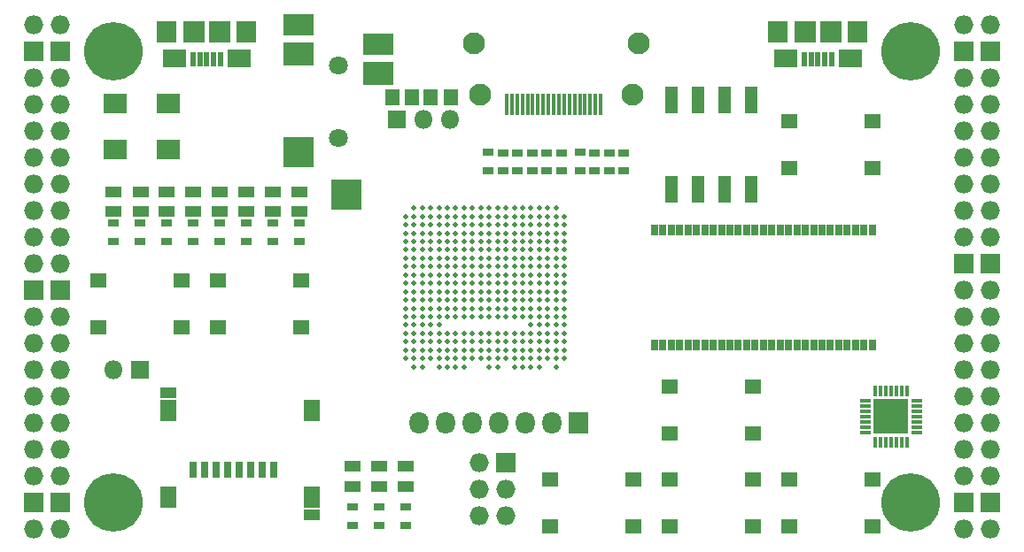
<source format=gts>
G04 #@! TF.GenerationSoftware,KiCad,Pcbnew,5.0.0+dfsg1-2*
G04 #@! TF.CreationDate,2018-09-05T19:00:31+02:00*
G04 #@! TF.ProjectId,ulx3s,756C7833732E6B696361645F70636200,rev?*
G04 #@! TF.SameCoordinates,Original*
G04 #@! TF.FileFunction,Soldermask,Top*
G04 #@! TF.FilePolarity,Negative*
%FSLAX46Y46*%
G04 Gerber Fmt 4.6, Leading zero omitted, Abs format (unit mm)*
G04 Created by KiCad (PCBNEW 5.0.0+dfsg1-2) date Wed Sep  5 19:00:31 2018*
%MOMM*%
%LPD*%
G01*
G04 APERTURE LIST*
%ADD10R,1.725000X1.725000*%
%ADD11R,0.400000X1.050000*%
%ADD12R,1.050000X0.400000*%
%ADD13R,1.900000X2.000000*%
%ADD14R,0.500000X1.450000*%
%ADD15R,2.000000X2.000000*%
%ADD16R,2.200000X1.700000*%
%ADD17R,1.220000X2.540000*%
%ADD18R,2.900000X2.100000*%
%ADD19R,2.900000X2.300000*%
%ADD20R,2.900000X2.900000*%
%ADD21C,1.800000*%
%ADD22R,0.400000X2.000000*%
%ADD23C,2.100000*%
%ADD24C,0.500000*%
%ADD25R,0.800000X1.600000*%
%ADD26R,1.550000X1.000000*%
%ADD27R,1.550000X2.100000*%
%ADD28R,2.300000X1.900000*%
%ADD29R,0.660000X1.000000*%
%ADD30R,1.827200X2.132000*%
%ADD31O,1.827200X2.132000*%
%ADD32O,1.827200X1.827200*%
%ADD33R,1.827200X1.827200*%
%ADD34C,5.600000*%
%ADD35R,1.100000X0.770000*%
%ADD36R,1.600000X1.070000*%
%ADD37R,1.800000X1.800000*%
%ADD38O,1.800000X1.800000*%
%ADD39R,1.395000X1.500000*%
%ADD40R,1.650000X1.400000*%
G04 APERTURE END LIST*
D10*
G04 #@! TO.C,U8*
X178097500Y-100967500D03*
X178097500Y-99342500D03*
X176472500Y-100967500D03*
X176472500Y-99342500D03*
D11*
X178785000Y-102605000D03*
X178285000Y-102605000D03*
X177785000Y-102605000D03*
X177285000Y-102605000D03*
X176785000Y-102605000D03*
X176285000Y-102605000D03*
X175785000Y-102605000D03*
D12*
X174835000Y-101655000D03*
X174835000Y-101155000D03*
X174835000Y-100655000D03*
X174835000Y-100155000D03*
X174835000Y-99655000D03*
X174835000Y-99155000D03*
X174835000Y-98655000D03*
D11*
X175785000Y-97705000D03*
X176285000Y-97705000D03*
X176785000Y-97705000D03*
X177285000Y-97705000D03*
X177785000Y-97705000D03*
X178285000Y-97705000D03*
X178785000Y-97705000D03*
D12*
X179735000Y-98655000D03*
X179735000Y-99155000D03*
X179735000Y-99655000D03*
X179735000Y-100155000D03*
X179735000Y-100655000D03*
X179735000Y-101155000D03*
X179735000Y-101655000D03*
G04 #@! TD*
D13*
G04 #@! TO.C,US1*
X108080000Y-63325000D03*
X115680000Y-63325000D03*
D14*
X110580000Y-66000000D03*
X111230000Y-66000000D03*
X111880000Y-66000000D03*
X112530000Y-66000000D03*
X113180000Y-66000000D03*
D15*
X110680000Y-63325000D03*
X113080000Y-63325000D03*
D16*
X108780000Y-65875000D03*
X114980000Y-65875000D03*
G04 #@! TD*
D17*
G04 #@! TO.C,SW1*
X156330000Y-69815000D03*
X163950000Y-78425000D03*
X158870000Y-69815000D03*
X161410000Y-78425000D03*
X161410000Y-69815000D03*
X158870000Y-78425000D03*
X163950000Y-69815000D03*
X156330000Y-78425000D03*
G04 #@! TD*
D18*
G04 #@! TO.C,AUDIO1*
X120668000Y-62618000D03*
D19*
X120668000Y-65418000D03*
D20*
X120668000Y-74818000D03*
X125218000Y-78918000D03*
D19*
X128268000Y-67318000D03*
D18*
X128268000Y-64518000D03*
D21*
X124468000Y-66518000D03*
X124468000Y-73518000D03*
G04 #@! TD*
D22*
G04 #@! TO.C,GPDI1*
X149546000Y-70312000D03*
X149046000Y-70312000D03*
X148546000Y-70312000D03*
X148046000Y-70312000D03*
X147546000Y-70312000D03*
X147046000Y-70312000D03*
X146546000Y-70312000D03*
X146046000Y-70312000D03*
X145546000Y-70312000D03*
X145046000Y-70312000D03*
X144546000Y-70312000D03*
X144046000Y-70312000D03*
X143546000Y-70312000D03*
X143046000Y-70312000D03*
X142546000Y-70312000D03*
X142046000Y-70312000D03*
X141546000Y-70312000D03*
X141046000Y-70312000D03*
X140546000Y-70312000D03*
D23*
X152546000Y-69312000D03*
X138046000Y-69312000D03*
X153146000Y-64412000D03*
X137446000Y-64412000D03*
G04 #@! TD*
D24*
G04 #@! TO.C,U1*
X145280000Y-95400000D03*
X143680000Y-95400000D03*
X142880000Y-95400000D03*
X142080000Y-95400000D03*
X141280000Y-95400000D03*
X139680000Y-95400000D03*
X138880000Y-95400000D03*
X136480000Y-95400000D03*
X135680000Y-95400000D03*
X134880000Y-95400000D03*
X134080000Y-95400000D03*
X132480000Y-95400000D03*
X131680000Y-95400000D03*
X146080000Y-94600000D03*
X145280000Y-94600000D03*
X144480000Y-94600000D03*
X143680000Y-94600000D03*
X142880000Y-94600000D03*
X142080000Y-94600000D03*
X141280000Y-94600000D03*
X140480000Y-94600000D03*
X139680000Y-94600000D03*
X138880000Y-94600000D03*
X138080000Y-94600000D03*
X137280000Y-94600000D03*
X136480000Y-94600000D03*
X135680000Y-94600000D03*
X134880000Y-94600000D03*
X134080000Y-94600000D03*
X133280000Y-94600000D03*
X132480000Y-94600000D03*
X131680000Y-94600000D03*
X130880000Y-94600000D03*
X146080000Y-93800000D03*
X145280000Y-93800000D03*
X144480000Y-93800000D03*
X143680000Y-93800000D03*
X142880000Y-93800000D03*
X142080000Y-93800000D03*
X141280000Y-93800000D03*
X140480000Y-93800000D03*
X139680000Y-93800000D03*
X138880000Y-93800000D03*
X138080000Y-93800000D03*
X137280000Y-93800000D03*
X136480000Y-93800000D03*
X135680000Y-93800000D03*
X134880000Y-93800000D03*
X134080000Y-93800000D03*
X133280000Y-93800000D03*
X132480000Y-93800000D03*
X131680000Y-93800000D03*
X130880000Y-93800000D03*
X146080000Y-93000000D03*
X145280000Y-93000000D03*
X144480000Y-93000000D03*
X143680000Y-93000000D03*
X142880000Y-93000000D03*
X142080000Y-93000000D03*
X141280000Y-93000000D03*
X140480000Y-93000000D03*
X139680000Y-93000000D03*
X138880000Y-93000000D03*
X138080000Y-93000000D03*
X137280000Y-93000000D03*
X136480000Y-93000000D03*
X135680000Y-93000000D03*
X134880000Y-93000000D03*
X134080000Y-93000000D03*
X133280000Y-93000000D03*
X132480000Y-93000000D03*
X131680000Y-93000000D03*
X130880000Y-93000000D03*
X146080000Y-92200000D03*
X145280000Y-92200000D03*
X144480000Y-92200000D03*
X143680000Y-92200000D03*
X142880000Y-92200000D03*
X142080000Y-92200000D03*
X141280000Y-92200000D03*
X140480000Y-92200000D03*
X139680000Y-92200000D03*
X138880000Y-92200000D03*
X138080000Y-92200000D03*
X137280000Y-92200000D03*
X136480000Y-92200000D03*
X135680000Y-92200000D03*
X134880000Y-92200000D03*
X134080000Y-92200000D03*
X133280000Y-92200000D03*
X132480000Y-92200000D03*
X131680000Y-92200000D03*
X130880000Y-92200000D03*
X146080000Y-91400000D03*
X145280000Y-91400000D03*
X144480000Y-91400000D03*
X143680000Y-91400000D03*
X142880000Y-91400000D03*
X134080000Y-91400000D03*
X133280000Y-91400000D03*
X132480000Y-91400000D03*
X131680000Y-91400000D03*
X130880000Y-91400000D03*
X146080000Y-90600000D03*
X145280000Y-90600000D03*
X144480000Y-90600000D03*
X143680000Y-90600000D03*
X142880000Y-90600000D03*
X142080000Y-90600000D03*
X141280000Y-90600000D03*
X140480000Y-90600000D03*
X139680000Y-90600000D03*
X138880000Y-90600000D03*
X138080000Y-90600000D03*
X137280000Y-90600000D03*
X136480000Y-90600000D03*
X135680000Y-90600000D03*
X134880000Y-90600000D03*
X134080000Y-90600000D03*
X133280000Y-90600000D03*
X132480000Y-90600000D03*
X131680000Y-90600000D03*
X130880000Y-90600000D03*
X146080000Y-89800000D03*
X145280000Y-89800000D03*
X144480000Y-89800000D03*
X143680000Y-89800000D03*
X142880000Y-89800000D03*
X142080000Y-89800000D03*
X141280000Y-89800000D03*
X140480000Y-89800000D03*
X139680000Y-89800000D03*
X138880000Y-89800000D03*
X138080000Y-89800000D03*
X137280000Y-89800000D03*
X136480000Y-89800000D03*
X135680000Y-89800000D03*
X134880000Y-89800000D03*
X134080000Y-89800000D03*
X133280000Y-89800000D03*
X132480000Y-89800000D03*
X131680000Y-89800000D03*
X130880000Y-89800000D03*
X146080000Y-89000000D03*
X145280000Y-89000000D03*
X144480000Y-89000000D03*
X143680000Y-89000000D03*
X142880000Y-89000000D03*
X142080000Y-89000000D03*
X141280000Y-89000000D03*
X140480000Y-89000000D03*
X139680000Y-89000000D03*
X138880000Y-89000000D03*
X138080000Y-89000000D03*
X137280000Y-89000000D03*
X136480000Y-89000000D03*
X135680000Y-89000000D03*
X134880000Y-89000000D03*
X134080000Y-89000000D03*
X133280000Y-89000000D03*
X132480000Y-89000000D03*
X131680000Y-89000000D03*
X130880000Y-89000000D03*
X146080000Y-88200000D03*
X145280000Y-88200000D03*
X144480000Y-88200000D03*
X143680000Y-88200000D03*
X142880000Y-88200000D03*
X142080000Y-88200000D03*
X141280000Y-88200000D03*
X140480000Y-88200000D03*
X139680000Y-88200000D03*
X138880000Y-88200000D03*
X138080000Y-88200000D03*
X137280000Y-88200000D03*
X136480000Y-88200000D03*
X135680000Y-88200000D03*
X134880000Y-88200000D03*
X134080000Y-88200000D03*
X133280000Y-88200000D03*
X132480000Y-88200000D03*
X131680000Y-88200000D03*
X130880000Y-88200000D03*
X146080000Y-87400000D03*
X145280000Y-87400000D03*
X144480000Y-87400000D03*
X143680000Y-87400000D03*
X142880000Y-87400000D03*
X142080000Y-87400000D03*
X141280000Y-87400000D03*
X140480000Y-87400000D03*
X139680000Y-87400000D03*
X138880000Y-87400000D03*
X138080000Y-87400000D03*
X137280000Y-87400000D03*
X136480000Y-87400000D03*
X135680000Y-87400000D03*
X134880000Y-87400000D03*
X134080000Y-87400000D03*
X133280000Y-87400000D03*
X132480000Y-87400000D03*
X131680000Y-87400000D03*
X130880000Y-87400000D03*
X146080000Y-86600000D03*
X145280000Y-86600000D03*
X144480000Y-86600000D03*
X143680000Y-86600000D03*
X142880000Y-86600000D03*
X142080000Y-86600000D03*
X141280000Y-86600000D03*
X140480000Y-86600000D03*
X139680000Y-86600000D03*
X138880000Y-86600000D03*
X138080000Y-86600000D03*
X137280000Y-86600000D03*
X136480000Y-86600000D03*
X135680000Y-86600000D03*
X134880000Y-86600000D03*
X134080000Y-86600000D03*
X133280000Y-86600000D03*
X132480000Y-86600000D03*
X131680000Y-86600000D03*
X130880000Y-86600000D03*
X146080000Y-85800000D03*
X145280000Y-85800000D03*
X144480000Y-85800000D03*
X143680000Y-85800000D03*
X142880000Y-85800000D03*
X142080000Y-85800000D03*
X141280000Y-85800000D03*
X140480000Y-85800000D03*
X139680000Y-85800000D03*
X138880000Y-85800000D03*
X138080000Y-85800000D03*
X137280000Y-85800000D03*
X136480000Y-85800000D03*
X135680000Y-85800000D03*
X134880000Y-85800000D03*
X134080000Y-85800000D03*
X133280000Y-85800000D03*
X132480000Y-85800000D03*
X131680000Y-85800000D03*
X130880000Y-85800000D03*
X146080000Y-85000000D03*
X145280000Y-85000000D03*
X144480000Y-85000000D03*
X143680000Y-85000000D03*
X142880000Y-85000000D03*
X142080000Y-85000000D03*
X141280000Y-85000000D03*
X140480000Y-85000000D03*
X139680000Y-85000000D03*
X138880000Y-85000000D03*
X138080000Y-85000000D03*
X137280000Y-85000000D03*
X136480000Y-85000000D03*
X135680000Y-85000000D03*
X134880000Y-85000000D03*
X134080000Y-85000000D03*
X133280000Y-85000000D03*
X132480000Y-85000000D03*
X131680000Y-85000000D03*
X130880000Y-85000000D03*
X146080000Y-84200000D03*
X145280000Y-84200000D03*
X144480000Y-84200000D03*
X143680000Y-84200000D03*
X142880000Y-84200000D03*
X142080000Y-84200000D03*
X141280000Y-84200000D03*
X140480000Y-84200000D03*
X139680000Y-84200000D03*
X138880000Y-84200000D03*
X138080000Y-84200000D03*
X137280000Y-84200000D03*
X136480000Y-84200000D03*
X135680000Y-84200000D03*
X134880000Y-84200000D03*
X134080000Y-84200000D03*
X133280000Y-84200000D03*
X132480000Y-84200000D03*
X131680000Y-84200000D03*
X130880000Y-84200000D03*
X146080000Y-83400000D03*
X145280000Y-83400000D03*
X144480000Y-83400000D03*
X143680000Y-83400000D03*
X142880000Y-83400000D03*
X142080000Y-83400000D03*
X141280000Y-83400000D03*
X140480000Y-83400000D03*
X139680000Y-83400000D03*
X138880000Y-83400000D03*
X138080000Y-83400000D03*
X137280000Y-83400000D03*
X136480000Y-83400000D03*
X135680000Y-83400000D03*
X134880000Y-83400000D03*
X134080000Y-83400000D03*
X133280000Y-83400000D03*
X132480000Y-83400000D03*
X131680000Y-83400000D03*
X130880000Y-83400000D03*
X146080000Y-82600000D03*
X145280000Y-82600000D03*
X144480000Y-82600000D03*
X143680000Y-82600000D03*
X142880000Y-82600000D03*
X142080000Y-82600000D03*
X141280000Y-82600000D03*
X140480000Y-82600000D03*
X139680000Y-82600000D03*
X138880000Y-82600000D03*
X138080000Y-82600000D03*
X137280000Y-82600000D03*
X136480000Y-82600000D03*
X135680000Y-82600000D03*
X134880000Y-82600000D03*
X134080000Y-82600000D03*
X133280000Y-82600000D03*
X132480000Y-82600000D03*
X131680000Y-82600000D03*
X130880000Y-82600000D03*
X146080000Y-81800000D03*
X145280000Y-81800000D03*
X144480000Y-81800000D03*
X143680000Y-81800000D03*
X142880000Y-81800000D03*
X142080000Y-81800000D03*
X141280000Y-81800000D03*
X140480000Y-81800000D03*
X139680000Y-81800000D03*
X138880000Y-81800000D03*
X138080000Y-81800000D03*
X137280000Y-81800000D03*
X136480000Y-81800000D03*
X135680000Y-81800000D03*
X134880000Y-81800000D03*
X134080000Y-81800000D03*
X133280000Y-81800000D03*
X132480000Y-81800000D03*
X131680000Y-81800000D03*
X130880000Y-81800000D03*
X146080000Y-81000000D03*
X145280000Y-81000000D03*
X144480000Y-81000000D03*
X143680000Y-81000000D03*
X142880000Y-81000000D03*
X142080000Y-81000000D03*
X141280000Y-81000000D03*
X140480000Y-81000000D03*
X139680000Y-81000000D03*
X138880000Y-81000000D03*
X138080000Y-81000000D03*
X137280000Y-81000000D03*
X136480000Y-81000000D03*
X135680000Y-81000000D03*
X134880000Y-81000000D03*
X134080000Y-81000000D03*
X133280000Y-81000000D03*
X132480000Y-81000000D03*
X131680000Y-81000000D03*
X130880000Y-81000000D03*
X145280000Y-80200000D03*
X144480000Y-80200000D03*
X143680000Y-80200000D03*
X142880000Y-80200000D03*
X142080000Y-80200000D03*
X141280000Y-80200000D03*
X140480000Y-80200000D03*
X139680000Y-80200000D03*
X138880000Y-80200000D03*
X138080000Y-80200000D03*
X137280000Y-80200000D03*
X136480000Y-80200000D03*
X135680000Y-80200000D03*
X134880000Y-80200000D03*
X134080000Y-80200000D03*
X133280000Y-80200000D03*
X132480000Y-80200000D03*
X131680000Y-80200000D03*
G04 #@! TD*
D25*
G04 #@! TO.C,SD1*
X118250000Y-105250000D03*
X117150000Y-105250000D03*
X116050000Y-105250000D03*
X114950000Y-105250000D03*
X113850000Y-105250000D03*
X112750000Y-105250000D03*
X111650000Y-105250000D03*
X110550000Y-105250000D03*
D26*
X121925000Y-109550000D03*
X108175000Y-97850000D03*
D27*
X108175000Y-107850000D03*
X121925000Y-107850000D03*
X121925000Y-99550000D03*
X108175000Y-99550000D03*
G04 #@! TD*
D28*
G04 #@! TO.C,Y1*
X108212000Y-70160000D03*
X103132000Y-70160000D03*
X103132000Y-74560000D03*
X108212000Y-74560000D03*
G04 #@! TD*
D29*
G04 #@! TO.C,U2*
X175493000Y-82270000D03*
X154693000Y-93330000D03*
X155493000Y-93330000D03*
X156293000Y-93330000D03*
X157093000Y-93330000D03*
X157893000Y-93330000D03*
X158693000Y-93330000D03*
X159493000Y-93330000D03*
X160293000Y-93330000D03*
X161093000Y-93330000D03*
X161893000Y-93330000D03*
X162693000Y-93330000D03*
X163493000Y-93330000D03*
X164293000Y-93330000D03*
X165093000Y-93330000D03*
X165893000Y-93330000D03*
X166693000Y-93330000D03*
X167493000Y-93330000D03*
X168293000Y-93330000D03*
X169093000Y-93330000D03*
X169893000Y-93330000D03*
X170693000Y-93330000D03*
X171493000Y-93330000D03*
X172293000Y-93330000D03*
X173093000Y-93330000D03*
X173893000Y-93330000D03*
X174693000Y-93330000D03*
X175493000Y-93330000D03*
X174693000Y-82270000D03*
X173893000Y-82270000D03*
X173093000Y-82270000D03*
X172293000Y-82270000D03*
X171493000Y-82270000D03*
X170693000Y-82270000D03*
X169893000Y-82270000D03*
X169093000Y-82270000D03*
X168293000Y-82270000D03*
X167493000Y-82270000D03*
X166693000Y-82270000D03*
X165893000Y-82270000D03*
X165093000Y-82270000D03*
X164293000Y-82270000D03*
X163493000Y-82270000D03*
X162693000Y-82270000D03*
X161893000Y-82270000D03*
X161093000Y-82270000D03*
X160293000Y-82270000D03*
X159493000Y-82270000D03*
X158693000Y-82270000D03*
X157893000Y-82270000D03*
X157093000Y-82270000D03*
X156293000Y-82270000D03*
X155493000Y-82270000D03*
X154693000Y-82270000D03*
G04 #@! TD*
D30*
G04 #@! TO.C,OLED1*
X147440000Y-100790000D03*
D31*
X144900000Y-100790000D03*
X142360000Y-100790000D03*
X139820000Y-100790000D03*
X137280000Y-100790000D03*
X134740000Y-100790000D03*
X132200000Y-100790000D03*
G04 #@! TD*
D32*
G04 #@! TO.C,J1*
X97910000Y-62690000D03*
X95370000Y-62690000D03*
D33*
X97910000Y-65230000D03*
X95370000Y-65230000D03*
D32*
X97910000Y-67770000D03*
X95370000Y-67770000D03*
X97910000Y-70310000D03*
X95370000Y-70310000D03*
X97910000Y-72850000D03*
X95370000Y-72850000D03*
X97910000Y-75390000D03*
X95370000Y-75390000D03*
X97910000Y-77930000D03*
X95370000Y-77930000D03*
X97910000Y-80470000D03*
X95370000Y-80470000D03*
X97910000Y-83010000D03*
X95370000Y-83010000D03*
X97910000Y-85550000D03*
X95370000Y-85550000D03*
D33*
X97910000Y-88090000D03*
X95370000Y-88090000D03*
D32*
X97910000Y-90630000D03*
X95370000Y-90630000D03*
X97910000Y-93170000D03*
X95370000Y-93170000D03*
X97910000Y-95710000D03*
X95370000Y-95710000D03*
X97910000Y-98250000D03*
X95370000Y-98250000D03*
X97910000Y-100790000D03*
X95370000Y-100790000D03*
X97910000Y-103330000D03*
X95370000Y-103330000D03*
X97910000Y-105870000D03*
X95370000Y-105870000D03*
D33*
X97910000Y-108410000D03*
X95370000Y-108410000D03*
D32*
X97910000Y-110950000D03*
X95370000Y-110950000D03*
G04 #@! TD*
G04 #@! TO.C,J2*
X184270000Y-110950000D03*
X186810000Y-110950000D03*
D33*
X184270000Y-108410000D03*
X186810000Y-108410000D03*
D32*
X184270000Y-105870000D03*
X186810000Y-105870000D03*
X184270000Y-103330000D03*
X186810000Y-103330000D03*
X184270000Y-100790000D03*
X186810000Y-100790000D03*
X184270000Y-98250000D03*
X186810000Y-98250000D03*
X184270000Y-95710000D03*
X186810000Y-95710000D03*
X184270000Y-93170000D03*
X186810000Y-93170000D03*
X184270000Y-90630000D03*
X186810000Y-90630000D03*
X184270000Y-88090000D03*
X186810000Y-88090000D03*
D33*
X184270000Y-85550000D03*
X186810000Y-85550000D03*
D32*
X184270000Y-83010000D03*
X186810000Y-83010000D03*
X184270000Y-80470000D03*
X186810000Y-80470000D03*
X184270000Y-77930000D03*
X186810000Y-77930000D03*
X184270000Y-75390000D03*
X186810000Y-75390000D03*
X184270000Y-72850000D03*
X186810000Y-72850000D03*
X184270000Y-70310000D03*
X186810000Y-70310000D03*
X184270000Y-67770000D03*
X186810000Y-67770000D03*
D33*
X184270000Y-65230000D03*
X186810000Y-65230000D03*
D32*
X184270000Y-62690000D03*
X186810000Y-62690000D03*
G04 #@! TD*
D34*
G04 #@! TO.C,H1*
X102990000Y-108410000D03*
G04 #@! TD*
G04 #@! TO.C,H2*
X179190000Y-108410000D03*
G04 #@! TD*
G04 #@! TO.C,H3*
X179190000Y-65230000D03*
G04 #@! TD*
G04 #@! TO.C,H4*
X102990000Y-65230000D03*
G04 #@! TD*
D33*
G04 #@! TO.C,J4*
X140455000Y-104600000D03*
D32*
X137915000Y-104600000D03*
X140455000Y-107140000D03*
X137915000Y-107140000D03*
X140455000Y-109680000D03*
X137915000Y-109680000D03*
G04 #@! TD*
D35*
G04 #@! TO.C,C36*
X150361000Y-76646000D03*
X150361000Y-74896000D03*
G04 #@! TD*
G04 #@! TO.C,C37*
X151758000Y-74896000D03*
X151758000Y-76646000D03*
G04 #@! TD*
G04 #@! TO.C,C38*
X140201000Y-74896000D03*
X140201000Y-76646000D03*
G04 #@! TD*
G04 #@! TO.C,C39*
X142995000Y-76646000D03*
X142995000Y-74896000D03*
G04 #@! TD*
G04 #@! TO.C,C40*
X145789000Y-76646000D03*
X145789000Y-74896000D03*
G04 #@! TD*
G04 #@! TO.C,C41*
X148964000Y-74896000D03*
X148964000Y-76646000D03*
G04 #@! TD*
G04 #@! TO.C,C42*
X138742800Y-76638600D03*
X138742800Y-74888600D03*
G04 #@! TD*
G04 #@! TO.C,C43*
X141598000Y-74896000D03*
X141598000Y-76646000D03*
G04 #@! TD*
G04 #@! TO.C,C44*
X144392000Y-74896000D03*
X144392000Y-76646000D03*
G04 #@! TD*
G04 #@! TO.C,C45*
X147567000Y-76634000D03*
X147567000Y-74884000D03*
G04 #@! TD*
D36*
G04 #@! TO.C,D19*
X130930000Y-106825000D03*
X130930000Y-104915000D03*
G04 #@! TD*
G04 #@! TO.C,D0*
X120770000Y-78644000D03*
X120770000Y-80554000D03*
G04 #@! TD*
G04 #@! TO.C,D1*
X118230000Y-80554000D03*
X118230000Y-78644000D03*
G04 #@! TD*
G04 #@! TO.C,D2*
X115690000Y-78644000D03*
X115690000Y-80554000D03*
G04 #@! TD*
G04 #@! TO.C,D3*
X113150000Y-78644000D03*
X113150000Y-80554000D03*
G04 #@! TD*
G04 #@! TO.C,D4*
X110610000Y-80554000D03*
X110610000Y-78644000D03*
G04 #@! TD*
G04 #@! TO.C,D5*
X108070000Y-80554000D03*
X108070000Y-78644000D03*
G04 #@! TD*
G04 #@! TO.C,D6*
X105545000Y-78644000D03*
X105545000Y-80554000D03*
G04 #@! TD*
G04 #@! TO.C,D7*
X102990000Y-80554000D03*
X102990000Y-78644000D03*
G04 #@! TD*
G04 #@! TO.C,D18*
X128390000Y-106825000D03*
X128390000Y-104915000D03*
G04 #@! TD*
G04 #@! TO.C,D22*
X125850000Y-104915000D03*
X125850000Y-106825000D03*
G04 #@! TD*
D35*
G04 #@! TO.C,R41*
X120770000Y-83377000D03*
X120770000Y-81627000D03*
G04 #@! TD*
G04 #@! TO.C,R42*
X118230000Y-81627000D03*
X118230000Y-83377000D03*
G04 #@! TD*
G04 #@! TO.C,R43*
X115690000Y-83377000D03*
X115690000Y-81627000D03*
G04 #@! TD*
G04 #@! TO.C,R44*
X113150000Y-81627000D03*
X113150000Y-83377000D03*
G04 #@! TD*
G04 #@! TO.C,R45*
X110610000Y-81627000D03*
X110610000Y-83377000D03*
G04 #@! TD*
G04 #@! TO.C,R46*
X108070000Y-83377000D03*
X108070000Y-81627000D03*
G04 #@! TD*
G04 #@! TO.C,R47*
X105530000Y-81627000D03*
X105530000Y-83377000D03*
G04 #@! TD*
G04 #@! TO.C,R48*
X102990000Y-83377000D03*
X102990000Y-81627000D03*
G04 #@! TD*
G04 #@! TO.C,R36*
X128390000Y-110555000D03*
X128390000Y-108805000D03*
G04 #@! TD*
G04 #@! TO.C,R37*
X130930000Y-110555000D03*
X130930000Y-108805000D03*
G04 #@! TD*
G04 #@! TO.C,R62*
X125850000Y-108805000D03*
X125850000Y-110555000D03*
G04 #@! TD*
D37*
G04 #@! TO.C,J3*
X105530000Y-95710000D03*
D38*
X102990000Y-95710000D03*
G04 #@! TD*
D37*
G04 #@! TO.C,J5*
X130056000Y-71725000D03*
D38*
X132596000Y-71725000D03*
X135136000Y-71725000D03*
G04 #@! TD*
D39*
G04 #@! TO.C,RV2*
X131531500Y-69566000D03*
X129596500Y-69566000D03*
G04 #@! TD*
G04 #@! TO.C,RV3*
X133279500Y-69566000D03*
X135214500Y-69566000D03*
G04 #@! TD*
D16*
G04 #@! TO.C,US2*
X173400000Y-65875000D03*
X167200000Y-65875000D03*
D15*
X171500000Y-63325000D03*
X169100000Y-63325000D03*
D14*
X171600000Y-66000000D03*
X170950000Y-66000000D03*
X170300000Y-66000000D03*
X169650000Y-66000000D03*
X169000000Y-66000000D03*
D13*
X174100000Y-63325000D03*
X166500000Y-63325000D03*
G04 #@! TD*
D40*
G04 #@! TO.C,B0*
X175550000Y-71870000D03*
X175550000Y-76370000D03*
X167590000Y-76370000D03*
X167590000Y-71870000D03*
G04 #@! TD*
G04 #@! TO.C,B1*
X109510000Y-91610000D03*
X109510000Y-87110000D03*
X101550000Y-87110000D03*
X101550000Y-91610000D03*
G04 #@! TD*
G04 #@! TO.C,B2*
X112980000Y-91610000D03*
X112980000Y-87110000D03*
X120940000Y-87110000D03*
X120940000Y-91610000D03*
G04 #@! TD*
G04 #@! TO.C,B3*
X164120000Y-101770000D03*
X164120000Y-97270000D03*
X156160000Y-97270000D03*
X156160000Y-101770000D03*
G04 #@! TD*
G04 #@! TO.C,B4*
X164120000Y-106160000D03*
X164120000Y-110660000D03*
X156160000Y-110660000D03*
X156160000Y-106160000D03*
G04 #@! TD*
G04 #@! TO.C,B5*
X144730000Y-106160000D03*
X144730000Y-110660000D03*
X152690000Y-110660000D03*
X152690000Y-106160000D03*
G04 #@! TD*
G04 #@! TO.C,B6*
X175550000Y-106160000D03*
X175550000Y-110660000D03*
X167590000Y-110660000D03*
X167590000Y-106160000D03*
G04 #@! TD*
M02*

</source>
